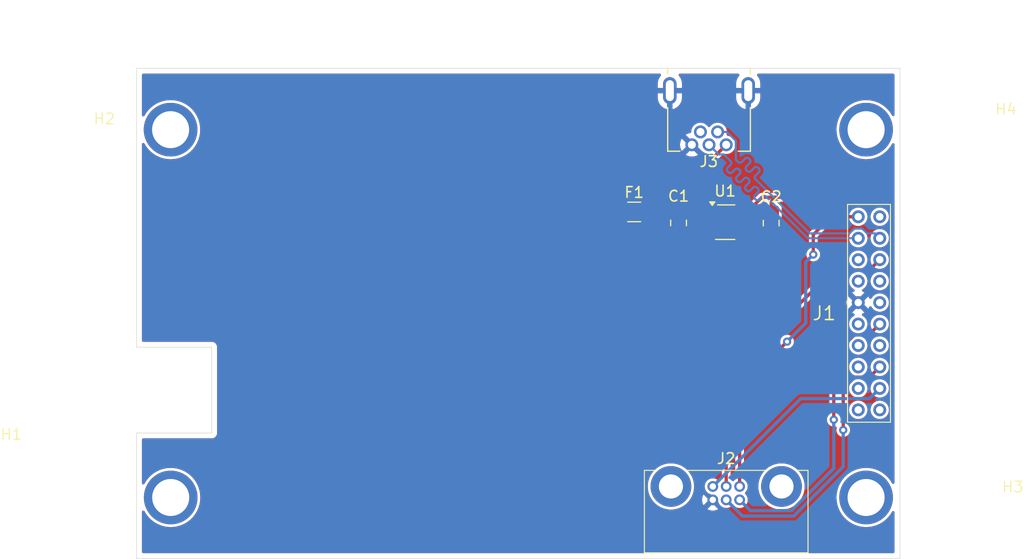
<source format=kicad_pcb>
(kicad_pcb (version 20240108) (generator "pcbnew") (generator_version "8.0")
  (layers (0 "F.Cu" signal) (31 "B.Cu" signal) (34 "B.Paste" user) (35 "F.Paste" user) (36 "B.SilkS" user "B.Silkscreen") (37 "F.SilkS" user "F.Silkscreen") (38 "B.Mask" user) (39 "F.Mask" user) (44 "Edge.Cuts" user))
  (net 0 "")
  (net 1 "Net-(J3-VBUS)")
  (net 2 "Net-(U1-EN)")
  (net 3 "/USB_D-")
  (net 4 "+3V3")
  (net 11 "GND")
  (net 17 "/USB_D+")
  (net 19 "/UART_RX")
  (net 20 "/~{GPS_RESET}")
  (net 21 "/GPS_PV")
  (net 22 "/UART_TX")
  (footprint "Package_TO_SOT_SMD:SOT-23-5_HandSoldering" (layer "F.Cu") (at 114.72 64.3425)
    (property "Reference" "U1" (at 0 -2.9 0) (layer "F.SilkS"))
    (property "Value" "TLV75533PDBV")
    (fp_line (start -0.9 1.61) (end 0.9 1.61) (stroke (width 0.12)) (layer "F.SilkS"))
    (fp_line (start 0.1 -1.61) (end -0.7 -1.61) (stroke (width 0.12)) (layer "F.SilkS"))
    (fp_line (start 0.1 -1.61) (end 0.9 -1.61) (stroke (width 0.12)) (layer "F.SilkS"))
    (fp_poly (pts (xy -1.2 -1.56) (xy -1.44 -1.89) (xy -0.96 -1.89) (xy -1.2 -1.56)) (stroke (width 0.12)) (fill solid) (layer "F.SilkS"))
    (pad "1" smd roundrect (at -1.35 -0.95) (size 1.56 0.65) (layers "F.Cu" "F.Paste" "F.Mask") (net 2 "Net-(U1-EN)"))
    (pad "2" smd roundrect (at -1.35 0) (size 1.56 0.65) (layers "F.Cu" "F.Paste" "F.Mask") (net 11 "GND"))
    (pad "3" smd roundrect (at -1.35 0.95) (size 1.56 0.65) (layers "F.Cu" "F.Paste" "F.Mask") (net 2 "Net-(U1-EN)"))
    (pad "4" smd roundrect (at 1.35 0.95) (size 1.56 0.65) (layers "F.Cu" "F.Paste" "F.Mask"))
    (pad "5" smd roundrect (at 1.35 -0.95) (size 1.56 0.65) (layers "F.Cu" "F.Paste" "F.Mask") (net 4 "+3V3"))
  )
  (footprint "novatel_breakout:AMPHENOL_GMSB0522132EU" (layer "F.Cu") (at 113.22 52.08 180)
    (property "Reference" "J3" (at 0.02 -6.61 360) (layer "F.SilkS"))
    (property "Value" "GMSB0522132EU")
    (fp_line (start 3.85 2.1) (end 3.85 1.578) (stroke (width 0.127)) (layer "F.SilkS"))
    (fp_line (start 3.85 -5.65) (end 3.85 -1.578) (stroke (width 0.127)) (layer "F.SilkS"))
    (fp_line (start 2.72 -5.65) (end 3.85 -5.65) (stroke (width 0.127)) (layer "F.SilkS"))
    (fp_line (start -3.85 2.1) (end -3.85 1.578) (stroke (width 0.127)) (layer "F.SilkS"))
    (fp_line (start -3.85 -1.578) (end -3.85 -5.65) (stroke (width 0.127)) (layer "F.SilkS"))
    (fp_line (start -3.85 -5.65) (end -2.72 -5.65) (stroke (width 0.127)) (layer "F.SilkS"))
    (pad "1" thru_hole circle (at -1.6 -5.05 180) (size 1.2 1.2) (drill 0.75) (layers "*.Cu" "*.Mask") (net 1 "Net-(J3-VBUS)"))
    (pad "2" thru_hole circle (at -0.8 -3.85 180) (size 1.2 1.2) (drill 0.75) (layers "*.Cu" "*.Mask") (net 3 "/USB_D-"))
    (pad "3" thru_hole circle (at 0 -5.05 180) (size 1.2 1.2) (drill 0.75) (layers "*.Cu" "*.Mask") (net 17 "/USB_D+"))
    (pad "4" thru_hole circle (at 0.8 -3.85 180) (size 1.2 1.2) (drill 0.75) (layers "*.Cu" "*.Mask"))
    (pad "5" thru_hole circle (at 1.6 -5.05 180) (size 1.2 1.2) (drill 0.75) (layers "*.Cu" "*.Mask") (net 11 "GND"))
    (pad "6" thru_hole oval (at -3.65 0 180) (size 1.258 2.516) (drill oval 0.75 1.95) (layers "*.Cu" "*.Mask") (net 11 "GND"))
    (pad "6" thru_hole oval (at 3.65 0 180) (size 1.258 2.516) (drill oval 0.75 1.95) (layers "*.Cu" "*.Mask") (net 11 "GND"))
  )
  (footprint "Fuse:Fuse_1206_3216Metric_Pad1.42x1.75mm_HandSolder" (layer "F.Cu") (at 106.25 63.39)
    (property "Reference" "F1" (at 0 -1.82 360) (layer "F.SilkS"))
    (property "Value" "350m")
    (fp_line (start -0.602064 -0.91) (end 0.602064 -0.91) (stroke (width 0.12)) (layer "F.SilkS"))
    (fp_line (start -0.602064 0.91) (end 0.602064 0.91) (stroke (width 0.12)) (layer "F.SilkS"))
    (pad "1" smd roundrect (at -1.4875 0) (size 1.425 1.75) (layers "F.Cu" "F.Paste" "F.Mask") (roundrect_rratio 0.175439) (net 1 "Net-(J3-VBUS)"))
    (pad "2" smd roundrect (at 1.4875 0) (size 1.425 1.75) (layers "F.Cu" "F.Paste" "F.Mask") (roundrect_rratio 0.175439) (net 2 "Net-(U1-EN)"))
  )
  (footprint "novatel_breakout:4-40" (layer "F.Cu") (at 127.85 88.51)
    (property "Reference" "H3" (at 13.66 0.52 0) (layer "F.SilkS") (effects (font (thickness 0.1))))
    (property "Value" "MountingHole")
    (pad "" thru_hole circle (at 0 1.5) (size 5 5) (drill 3.45) (layers "*.Cu" "*.Mask"))
  )
  (footprint "Capacitor_SMD:C_0805_2012Metric_Pad1.18x1.45mm_HandSolder" (layer "F.Cu") (at 119.01 64.43 -90)
    (property "Reference" "C2" (at -2.46 0 180) (layer "F.SilkS"))
    (property "Value" "10u")
    (fp_line (start -0.261252 0.735) (end 0.261252 0.735) (stroke (width 0.12)) (layer "F.SilkS"))
    (fp_line (start -0.261252 -0.735) (end 0.261252 -0.735) (stroke (width 0.12)) (layer "F.SilkS"))
    (pad "1" smd roundrect (at -1.0375 0 270) (size 1.175 1.45) (layers "F.Cu" "F.Paste" "F.Mask") (roundrect_rratio 0.212766) (net 4 "+3V3"))
    (pad "2" smd roundrect (at 1.0375 0 270) (size 1.175 1.45) (layers "F.Cu" "F.Paste" "F.Mask") (roundrect_rratio 0.212766) (net 11 "GND"))
  )
  (footprint "novatel_breakout:PTF11001LD" (layer "F.Cu") (at 129.12 63.84 90)
    (property "Reference" "J1" (at -9 -5.17 180) (layer "F.SilkS") (effects (font (size 1.27 1.27))))
    (property "Value" "PTF-110-01-L-D" (hide yes))
    (fp_line (start 1.15 -3) (end 1.15 1) (stroke (width 0.1)) (layer "F.SilkS"))
    (fp_line (start -19.15 -3) (end 1.15 -3) (stroke (width 0.1)) (layer "F.SilkS"))
    (fp_line (start 1.15 1) (end -19.15 1) (stroke (width 0.1)) (layer "F.SilkS"))
    (fp_line (start -19.15 1) (end -19.15 -3) (stroke (width 0.1)) (layer "F.SilkS"))
    (pad "1" thru_hole circle (at 0 0 90) (size 1.2 1.2) (drill 0.7) (layers "*.Cu" "*.Mask"))
    (pad "2" thru_hole circle (at 0 -2 90) (size 1.2 1.2) (drill 0.7) (layers "*.Cu" "*.Mask") (net 4 "+3V3"))
    (pad "3" thru_hole circle (at -2 0 90) (size 1.2 1.2) (drill 0.7) (layers "*.Cu" "*.Mask") (net 3 "/USB_D-"))
    (pad "4" thru_hole circle (at -2 -2 90) (size 1.2 1.2) (drill 0.7) (layers "*.Cu" "*.Mask") (net 17 "/USB_D+"))
    (pad "5" thru_hole circle (at -4 0 90) (size 1.2 1.2) (drill 0.7) (layers "*.Cu" "*.Mask") (net 20 "/~{GPS_RESET}"))
    (pad "6" thru_hole circle (at -4 -2 90) (size 1.2 1.2) (drill 0.7) (layers "*.Cu" "*.Mask"))
    (pad "7" thru_hole circle (at -6 0 90) (size 1.2 1.2) (drill 0.7) (layers "*.Cu" "*.Mask"))
    (pad "8" thru_hole circle (at -6 -2 90) (size 1.2 1.2) (drill 0.7) (layers "*.Cu" "*.Mask"))
    (pad "9" thru_hole circle (at -8 0 90) (size 1.2 1.2) (drill 0.7) (layers "*.Cu" "*.Mask"))
    (pad "10" thru_hole circle (at -8 -2 90) (size 1.2 1.2) (drill 0.7) (layers "*.Cu" "*.Mask") (net 11 "GND"))
    (pad "11" thru_hole circle (at -10 0 90) (size 1.2 1.2) (drill 0.7) (layers "*.Cu" "*.Mask") (net 22 "/UART_TX"))
    (pad "12" thru_hole circle (at -10 -2 90) (size 1.2 1.2) (drill 0.7) (layers "*.Cu" "*.Mask"))
    (pad "13" thru_hole circle (at -12 0 90) (size 1.2 1.2) (drill 0.7) (layers "*.Cu" "*.Mask"))
    (pad "14" thru_hole circle (at -12 -2 90) (size 1.2 1.2) (drill 0.7) (layers "*.Cu" "*.Mask"))
    (pad "15" thru_hole circle (at -14 0 90) (size 1.2 1.2) (drill 0.7) (layers "*.Cu" "*.Mask") (net 19 "/UART_RX"))
    (pad "16" thru_hole circle (at -14 -2 90) (size 1.2 1.2) (drill 0.7) (layers "*.Cu" "*.Mask"))
    (pad "17" thru_hole circle (at -16 0 90) (size 1.2 1.2) (drill 0.7) (layers "*.Cu" "*.Mask") (net 21 "/GPS_PV"))
    (pad "18" thru_hole circle (at -16 -2 90) (size 1.2 1.2) (drill 0.7) (layers "*.Cu" "*.Mask"))
    (pad "19" thru_hole circle (at -18 0 90) (size 1.2 1.2) (drill 0.7) (layers "*.Cu" "*.Mask"))
    (pad "20" thru_hole circle (at -18 -2 90) (size 1.2 1.2) (drill 0.7) (layers "*.Cu" "*.Mask"))
  )
  (footprint "Capacitor_SMD:C_0805_2012Metric_Pad1.18x1.45mm_HandSolder" (layer "F.Cu") (at 110.38 64.41 -90)
    (property "Reference" "C1" (at -2.49 0 180) (layer "F.SilkS"))
    (property "Value" "10u")
    (fp_line (start -0.261252 0.735) (end 0.261252 0.735) (stroke (width 0.12)) (layer "F.SilkS"))
    (fp_line (start -0.261252 -0.735) (end 0.261252 -0.735) (stroke (width 0.12)) (layer "F.SilkS"))
    (pad "1" smd roundrect (at -1.0375 0 270) (size 1.175 1.45) (layers "F.Cu" "F.Paste" "F.Mask") (roundrect_rratio 0.212766) (net 2 "Net-(U1-EN)"))
    (pad "2" smd roundrect (at 1.0375 0 270) (size 1.175 1.45) (layers "F.Cu" "F.Paste" "F.Mask") (roundrect_rratio 0.212766) (net 11 "GND"))
  )
  (footprint "novatel_breakout:4-40" (layer "F.Cu") (at 127.85 54.22)
    (property "Reference" "H4" (at 13.03 -0.41 0) (layer "F.SilkS") (effects (font (thickness 0.1))))
    (property "Value" "MountingHole")
    (pad "" thru_hole circle (at 0 1.5) (size 5 5) (drill 3.45) (layers "*.Cu" "*.Mask"))
  )
  (footprint "novatel_breakout:4-40" (layer "F.Cu") (at 63.08 88.51)
    (property "Reference" "H1" (at -14.85 -4.39 0) (layer "F.SilkS") (effects (font (thickness 0.1))))
    (property "Value" "MountingHole")
    (pad "" thru_hole circle (at 0 1.5) (size 5 5) (drill 3.45) (layers "*.Cu" "*.Mask"))
  )
  (footprint "canhw_footprints:connector_Harwin_G125–MG10605M4P" (layer "F.Cu") (at 114.82 88.981351)
    (property "Reference" "J2" (at 0 -2.601351 0) (layer "F.SilkS"))
    (property "Value" "Altimeter Connector")
    (fp_line (start -7.62 -1.5) (end -6.6 -1.5) (stroke (width 0.1)) (layer "F.SilkS"))
    (fp_line (start -7.62 6.2) (end -7.62 -1.5) (stroke (width 0.1)) (layer "F.SilkS"))
    (fp_line (start 3.6 -1.5) (end -3.6 -1.5) (stroke (width 0.1)) (layer "F.SilkS"))
    (fp_line (start 7.62 -1.5) (end 6.6 -1.5) (stroke (width 0.1)) (layer "F.SilkS"))
    (fp_line (start 7.62 -1.5) (end 7.62 6.2) (stroke (width 0.1)) (layer "F.SilkS"))
    (fp_line (start 7.62 6.2) (end -7.62 6.2) (stroke (width 0.1)) (layer "F.SilkS"))
    (pad "" thru_hole circle (at -5.15 0) (size 3.8 3.8) (drill 2.25) (layers "*.Cu" "*.Mask"))
    (pad "" thru_hole circle (at 5.15 0) (size 3.8 3.8) (drill 2.25) (layers "*.Cu" "*.Mask"))
    (pad "1" thru_hole circle (at 1.25 0) (size 1 1) (drill 0.6) (layers "*.Cu" "*.Mask") (net 4 "+3V3"))
    (pad "2" thru_hole circle (at 0 0) (size 1 1) (drill 0.6) (layers "*.Cu" "*.Mask") (net 20 "/~{GPS_RESET}"))
    (pad "3" thru_hole circle (at -1.25 0) (size 1 1) (drill 0.6) (layers "*.Cu" "*.Mask") (net 21 "/GPS_PV"))
    (pad "4" thru_hole circle (at 1.25 1.25) (size 1 1) (drill 0.6) (layers "*.Cu" "*.Mask") (net 22 "/UART_TX"))
    (pad "5" thru_hole circle (at 0 1.25) (size 1 1) (drill 0.6) (layers "*.Cu" "*.Mask") (net 19 "/UART_RX"))
    (pad "6" thru_hole circle (at -1.25 1.25) (size 1 1) (drill 0.6) (layers "*.Cu" "*.Mask") (net 11 "GND"))
  )
  (footprint "novatel_breakout:4-40" (layer "F.Cu") (at 63.07 54.22)
    (property "Reference" "H2" (at -6.17 0.49 0) (layer "F.SilkS") (effects (font (thickness 0.1))))
    (property "Value" "MountingHole")
    (pad "" thru_hole circle (at 0 1.5) (size 5 5) (drill 3.45) (layers "*.Cu" "*.Mask"))
  )
  (gr_line (start 66.9 76) (end 66.9 84) (stroke (width 0.05)) (layer "Edge.Cuts"))
  (gr_line (start 66.9 84) (end 59.9 84) (stroke (width 0.05)) (layer "Edge.Cuts"))
  (gr_line (start 59.9 76) (end 66.9 76) (stroke (width 0.05)) (layer "Edge.Cuts"))
  (gr_line (start 59.9 84) (end 59.9 95.7) (stroke (width 0.05)) (layer "Edge.Cuts"))
  (gr_line (start 131 95.7) (end 59.9 95.7) (stroke (width 0.05)) (layer "Edge.Cuts"))
  (gr_line (start 59.9 50) (end 59.9 76) (stroke (width 0.05)) (layer "Edge.Cuts"))
  (gr_line (start 59.9 50) (end 131 50) (stroke (width 0.05)) (layer "Edge.Cuts"))
  (gr_line (start 131 95.7) (end 131 50) (stroke (width 0.05)) (layer "Edge.Cuts"))
  (segment (start 104.7625 62.2275) (end 107.57 59.42) (width 0.3048) (layer "F.Cu") (net 1))
  (segment (start 107.57 59.42) (end 112.53 59.42) (width 0.3048) (layer "F.Cu") (net 1))
  (segment (start 112.53 59.42) (end 114.82 57.13) (width 0.3048) (layer "F.Cu") (net 1))
  (segment (start 104.7625 63.39) (end 104.7625 62.2275) (width 0.3048) (layer "F.Cu") (net 1))
  (segment (start 112.2625 63.3925) (end 113.37 63.3925) (width 0.3048) (layer "F.Cu") (net 2))
  (segment (start 110.38 63.3725) (end 110.38 62.18) (width 0.3048) (layer "F.Cu") (net 2))
  (segment (start 112.3325 65.2925) (end 113.37 65.2925) (width 0.3048) (layer "F.Cu") (net 2))
  (segment (start 107.7375 63.39) (end 107.7375 62.2825) (width 0.3048) (layer "F.Cu") (net 2))
  (segment (start 110.66 61.79) (end 111.82 62.95) (width 0.3048) (layer "F.Cu") (net 2))
  (segment (start 109.99 61.79) (end 110.66 61.79) (width 0.3048) (layer "F.Cu") (net 2))
  (segment (start 110.38 62.18) (end 109.99 61.79) (width 0.3048) (layer "F.Cu") (net 2))
  (segment (start 108.23 61.79) (end 109.99 61.79) (width 0.3048) (layer "F.Cu") (net 2))
  (segment (start 107.7375 62.2825) (end 108.23 61.79) (width 0.3048) (layer "F.Cu") (net 2))
  (segment (start 111.82 62.95) (end 112.2625 63.3925) (width 0.3048) (layer "F.Cu") (net 2))
  (segment (start 111.82 62.95) (end 111.92 63.05) (width 0.3048) (layer "F.Cu") (net 2))
  (segment (start 111.92 64.88) (end 112.3325 65.2925) (width 0.3048) (layer "F.Cu") (net 2))
  (segment (start 111.92 63.05) (end 111.92 64.88) (width 0.3048) (layer "F.Cu") (net 2))
  (segment (start 114.892793 55.93) (end 115.72 56.757207) (width 0.2) (layer "B.Cu") (net 3))
  (segment (start 128.67 65.39) (end 129.12 65.84) (width 0.2) (layer "B.Cu") (net 3))
  (segment (start 117.017708 58.835468) (end 116.700391 59.152782) (width 0.2) (layer "B.Cu") (net 3))
  (segment (start 116.27613 58.72852) (end 116.593444 58.411203) (width 0.2) (layer "B.Cu") (net 3))
  (segment (start 127.492793 64.94) (end 127.942793 65.39) (width 0.2) (layer "B.Cu") (net 3))
  (segment (start 114.02 55.93) (end 114.892793 55.93) (width 0.2) (layer "B.Cu") (net 3))
  (segment (start 117.781406 59.25971) (end 117.866258 59.344562) (width 0.2) (layer "B.Cu") (net 3))
  (segment (start 115.72 58.511801) (end 115.936718 58.728519) (width 0.2) (layer "B.Cu") (net 3))
  (segment (start 117.866258 59.683974) (end 117.548919 60.00131) (width 0.2) (layer "B.Cu") (net 3))
  (segment (start 118.0991 60.890901) (end 122.598199 65.39) (width 0.2) (layer "B.Cu") (net 3))
  (segment (start 115.72 56.757207) (end 115.72 58.511801) (width 0.2) (layer "B.Cu") (net 3))
  (segment (start 117.633774 60.425575) (end 118.0991 60.890901) (width 0.2) (layer "B.Cu") (net 3))
  (segment (start 116.932856 58.411204) (end 117.017708 58.496056) (width 0.2) (layer "B.Cu") (net 3))
  (segment (start 117.124658 59.577048) (end 117.441994 59.259709) (width 0.2) (layer "B.Cu") (net 3))
  (segment (start 126.297207 65.39) (end 126.747207 64.94) (width 0.2) (layer "B.Cu") (net 3))
  (segment (start 117.54892 60.340722) (end 117.633774 60.425575) (width 0.2) (layer "B.Cu") (net 3))
  (segment (start 122.598199 65.39) (end 126.297207 65.39) (width 0.2) (layer "B.Cu") (net 3))
  (segment (start 126.747207 64.94) (end 127.492793 64.94) (width 0.2) (layer "B.Cu") (net 3))
  (segment (start 116.700392 59.492194) (end 116.785246 59.577047) (width 0.2) (layer "B.Cu") (net 3))
  (segment (start 127.942793 65.39) (end 128.67 65.39) (width 0.2) (layer "B.Cu") (net 3))
  (arc (start 115.936718 58.728519) (mid 116.106424 58.798813) (end 116.27613 58.72852) (width 0.2) (layer "B.Cu") (net 3))
  (arc (start 117.017708 58.496056) (mid 117.088002 58.665761) (end 117.017708 58.835468) (width 0.2) (layer "B.Cu") (net 3))
  (arc (start 116.785246 59.577047) (mid 116.954952 59.647341) (end 117.124658 59.577048) (width 0.2) (layer "B.Cu") (net 3))
  (arc (start 117.548919 60.00131) (mid 117.478626 60.171016) (end 117.54892 60.340722) (width 0.2) (layer "B.Cu") (net 3))
  (arc (start 117.441994 59.259709) (mid 117.6117 59.189416) (end 117.781406 59.25971) (width 0.2) (layer "B.Cu") (net 3))
  (arc (start 117.866258 59.344562) (mid 117.936552 59.514267) (end 117.866258 59.683974) (width 0.2) (layer "B.Cu") (net 3))
  (arc (start 116.593444 58.411203) (mid 116.76315 58.34091) (end 116.932856 58.411204) (width 0.2) (layer "B.Cu") (net 3))
  (arc (start 116.700391 59.152782) (mid 116.630098 59.322488) (end 116.700392 59.492194) (width 0.2) (layer "B.Cu") (net 3))
  (segment (start 117.53 62.64) (end 117.53 63.05) (width 0.3048) (layer "F.Cu") (net 4))
  (segment (start 124.6 63.84) (end 127.12 63.84) (width 0.3048) (layer "F.Cu") (net 4))
  (segment (start 119.01 63.3925) (end 119.01 62.4) (width 0.3048) (layer "F.Cu") (net 4))
  (segment (start 119.01 62.4) (end 119.39 62.02) (width 0.3048) (layer "F.Cu") (net 4))
  (segment (start 122.93 65.51) (end 124.6 63.84) (width 0.3048) (layer "F.Cu") (net 4))
  (segment (start 116.07 79.9) (end 120.49 75.48) (width 0.3048) (layer "F.Cu") (net 4))
  (segment (start 121.2 62.02) (end 119.39 62.02) (width 0.3048) (layer "F.Cu") (net 4))
  (segment (start 123.02 63.84) (end 121.2 62.02) (width 0.3048) (layer "F.Cu") (net 4))
  (segment (start 116.07 88.981351) (end 116.07 79.9) (width 0.3048) (layer "F.Cu") (net 4))
  (segment (start 117.53 63.05) (end 117.1875 63.3925) (width 0.3048) (layer "F.Cu") (net 4))
  (segment (start 119.39 62.02) (end 118.15 62.02) (width 0.3048) (layer "F.Cu") (net 4))
  (segment (start 117.1875 63.3925) (end 116.07 63.3925) (width 0.3048) (layer "F.Cu") (net 4))
  (segment (start 118.15 62.02) (end 117.53 62.64) (width 0.3048) (layer "F.Cu") (net 4))
  (segment (start 122.93 65.51) (end 122.93 67.36) (width 0.3048) (layer "F.Cu") (net 4))
  (segment (start 127.12 63.84) (end 123.02 63.84) (width 0.3048) (layer "F.Cu") (net 4))
  (via (at 120.49 75.48) (size 0.762) (drill 0.381) (layers "F.Cu" "B.Cu") (net 4))
  (via (at 122.93 67.36) (size 0.762) (drill 0.381) (layers "F.Cu" "B.Cu") (net 4))
  (segment (start 120.49 75.48) (end 122.224411 73.745589) (width 0.3048) (layer "B.Cu") (net 4))
  (segment (start 122.224411 73.745589) (end 122.224411 68.065589) (width 0.3048) (layer "B.Cu") (net 4))
  (segment (start 122.224411 68.065589) (end 122.93 67.36) (width 0.3048) (layer "B.Cu") (net 4))
  (segment (start 115.795057 60.460755) (end 115.879909 60.545607) (width 0.2) (layer "B.Cu") (net 17))
  (segment (start 117.771452 61.539062) (end 117.492093 61.81842) (width 0.2) (layer "B.Cu") (net 17))
  (segment (start 117.686598 61.114796) (end 117.771452 61.199651) (width 0.2) (layer "B.Cu") (net 17))
  (segment (start 116.074396 59.842006) (end 115.795057 60.121344) (width 0.2) (layer "B.Cu") (net 17))
  (segment (start 113.22 57.13) (end 114.12 58.03) (width 0.2) (layer "B.Cu") (net 17))
  (segment (start 114.946526 59.61223) (end 115.031378 59.697082) (width 0.2) (layer "B.Cu") (net 17))
  (segment (start 115.989542 59.41774) (end 116.074396 59.502595) (width 0.2) (layer "B.Cu") (net 17))
  (segment (start 117.067863 61.394121) (end 117.347187 61.114796) (width 0.2) (layer "B.Cu") (net 17))
  (segment (start 115.225868 58.993478) (end 114.946526 59.272819) (width 0.2) (layer "B.Cu") (net 17))
  (segment (start 117.492093 62.157831) (end 117.576945 62.242683) (width 0.2) (layer "B.Cu") (net 17))
  (segment (start 122.411801 65.84) (end 127.12 65.84) (width 0.2) (layer "B.Cu") (net 17))
  (segment (start 117.916357 62.242683) (end 118.195715 61.963324) (width 0.2) (layer "B.Cu") (net 17))
  (segment (start 118.61998 62.048179) (end 118.849114 62.277313) (width 0.2) (layer "B.Cu") (net 17))
  (segment (start 116.643599 61.309269) (end 116.728451 61.394121) (width 0.2) (layer "B.Cu") (net 17))
  (segment (start 114.12 58.03) (end 114.601801 58.03) (width 0.2) (layer "B.Cu") (net 17))
  (segment (start 116.83807 60.266268) (end 116.922924 60.351123) (width 0.2) (layer "B.Cu") (net 17))
  (segment (start 116.922924 60.690534) (end 116.643599 60.969858) (width 0.2) (layer "B.Cu") (net 17))
  (segment (start 118.849114 62.277313) (end 122.411801 65.84) (width 0.2) (layer "B.Cu") (net 17))
  (segment (start 118.535126 61.963324) (end 118.61998 62.048179) (width 0.2) (layer "B.Cu") (net 17))
  (segment (start 114.601801 58.03) (end 115.225868 58.654067) (width 0.2) (layer "B.Cu") (net 17))
  (segment (start 116.219321 60.545607) (end 116.498659 60.266268) (width 0.2) (layer "B.Cu") (net 17))
  (segment (start 115.37079 59.697082) (end 115.650131 59.41774) (width 0.2) (layer "B.Cu") (net 17))
  (arc (start 117.492093 61.81842) (mid 117.421799 61.988125) (end 117.492093 62.157831) (width 0.2) (layer "B.Cu") (net 17))
  (arc (start 117.771452 61.199651) (mid 117.841746 61.369357) (end 117.771452 61.539062) (width 0.2) (layer "B.Cu") (net 17))
  (arc (start 115.879909 60.545607) (mid 116.049615 60.615902) (end 116.219321 60.545607) (width 0.2) (layer "B.Cu") (net 17))
  (arc (start 117.576945 62.242683) (mid 117.746651 62.312978) (end 117.916357 62.242683) (width 0.2) (layer "B.Cu") (net 17))
  (arc (start 116.074396 59.502595) (mid 116.14469 59.672301) (end 116.074396 59.842006) (width 0.2) (layer "B.Cu") (net 17))
  (arc (start 118.195715 61.963324) (mid 118.36542 61.89303) (end 118.535126 61.963324) (width 0.2) (layer "B.Cu") (net 17))
  (arc (start 115.795057 60.121344) (mid 115.724763 60.291049) (end 115.795057 60.460755) (width 0.2) (layer "B.Cu") (net 17))
  (arc (start 116.922924 60.351123) (mid 116.993218 60.520829) (end 116.922924 60.690534) (width 0.2) (layer "B.Cu") (net 17))
  (arc (start 115.031378 59.697082) (mid 115.201084 59.767377) (end 115.37079 59.697082) (width 0.2) (layer "B.Cu") (net 17))
  (arc (start 116.498659 60.266268) (mid 116.668364 60.195974) (end 116.83807 60.266268) (width 0.2) (layer "B.Cu") (net 17))
  (arc (start 115.225868 58.654067) (mid 115.296162 58.823773) (end 115.225868 58.993478) (width 0.2) (layer "B.Cu") (net 17))
  (arc (start 117.347187 61.114796) (mid 117.516892 61.044502) (end 117.686598 61.114796) (width 0.2) (layer "B.Cu") (net 17))
  (arc (start 116.728451 61.394121) (mid 116.898157 61.464416) (end 117.067863 61.394121) (width 0.2) (layer "B.Cu") (net 17))
  (arc (start 114.946526 59.272819) (mid 114.876232 59.442524) (end 114.946526 59.61223) (width 0.2) (layer "B.Cu") (net 17))
  (arc (start 115.650131 59.41774) (mid 115.819836 59.347446) (end 115.989542 59.41774) (width 0.2) (layer "B.Cu") (net 17))
  (arc (start 116.643599 60.969858) (mid 116.573305 61.139563) (end 116.643599 61.309269) (width 0.2) (layer "B.Cu") (net 17))
  (segment (start 125.72 83.72) (end 125.72 79.87) (width 0.3048) (layer "F.Cu") (net 19))
  (segment (start 128.1676 78.7924) (end 129.12 77.84) (width 0.3048) (layer "F.Cu") (net 19))
  (segment (start 126.7976 78.7924) (end 128.1676 78.7924) (width 0.3048) (layer "F.Cu") (net 19))
  (segment (start 125.72 79.87) (end 126.7976 78.7924) (width 0.3048) (layer "F.Cu") (net 19))
  (via (at 125.72 83.72) (size 0.762) (drill 0.381) (layers "F.Cu" "B.Cu") (net 19))
  (segment (start 121.112071 91.738551) (end 125.72 87.130622) (width 0.3048) (layer "B.Cu") (net 19))
  (segment (start 114.82 90.231351) (end 116.3272 91.738551) (width 0.3048) (layer "B.Cu") (net 19))
  (segment (start 116.3272 91.738551) (end 121.112071 91.738551) (width 0.3048) (layer "B.Cu") (net 19))
  (segment (start 125.72 87.130622) (end 125.72 83.72) (width 0.3048) (layer "B.Cu") (net 19))
  (segment (start 114.82 88.981351) (end 114.82 78.793103) (width 0.3048) (layer "F.Cu") (net 20))
  (segment (start 128.1676 68.7924) (end 129.12 67.84) (width 0.3048) (layer "F.Cu") (net 20))
  (segment (start 114.82 78.793103) (end 124.820703 68.7924) (width 0.3048) (layer "F.Cu") (net 20))
  (segment (start 124.820703 68.7924) (end 128.1676 68.7924) (width 0.3048) (layer "F.Cu") (net 20))
  (segment (start 113.57 88.981351) (end 121.758951 80.7924) (width 0.3048) (layer "B.Cu") (net 21))
  (segment (start 128.1676 80.7924) (end 129.12 79.84) (width 0.3048) (layer "B.Cu") (net 21))
  (segment (start 121.758951 80.7924) (end 128.1676 80.7924) (width 0.3048) (layer "B.Cu") (net 21))
  (segment (start 124.84 82.76) (end 124.84 76.773103) (width 0.3048) (layer "F.Cu") (net 22))
  (segment (start 126.763103 74.85) (end 128.11 74.85) (width 0.3048) (layer "F.Cu") (net 22))
  (segment (start 124.84 76.773103) (end 126.763103 74.85) (width 0.3048) (layer "F.Cu") (net 22))
  (segment (start 128.11 74.85) (end 129.12 73.84) (width 0.3048) (layer "F.Cu") (net 22))
  (via (at 124.84 82.76) (size 0.762) (drill 0.381) (layers "F.Cu" "B.Cu") (net 22))
  (segment (start 116.07 90.231351) (end 117.0724 91.233751) (width 0.3048) (layer "B.Cu") (net 22))
  (segment (start 120.902975 91.233751) (end 124.84 87.296726) (width 0.3048) (layer "B.Cu") (net 22))
  (segment (start 124.84 87.296726) (end 124.84 82.76) (width 0.3048) (layer "B.Cu") (net 22))
  (segment (start 117.0724 91.233751) (end 120.902975 91.233751) (width 0.3048) (layer "B.Cu") (net 22))
  (zone (net 11) (net_name "GND") (layers "F.Cu" "B.Cu") (connect_pads (clearance 0.254)) (min_thickness 0.25) (fill yes (thermal_gap 0.5) (thermal_bridge_width 0.5) (island_removal_mode 1) (island_area_min 9.999999))
    (polygon (pts (xy 59.9 50) (xy 59.9 95.7) (xy 131 95.7) (xy 131 50)))
  )
)
</source>
